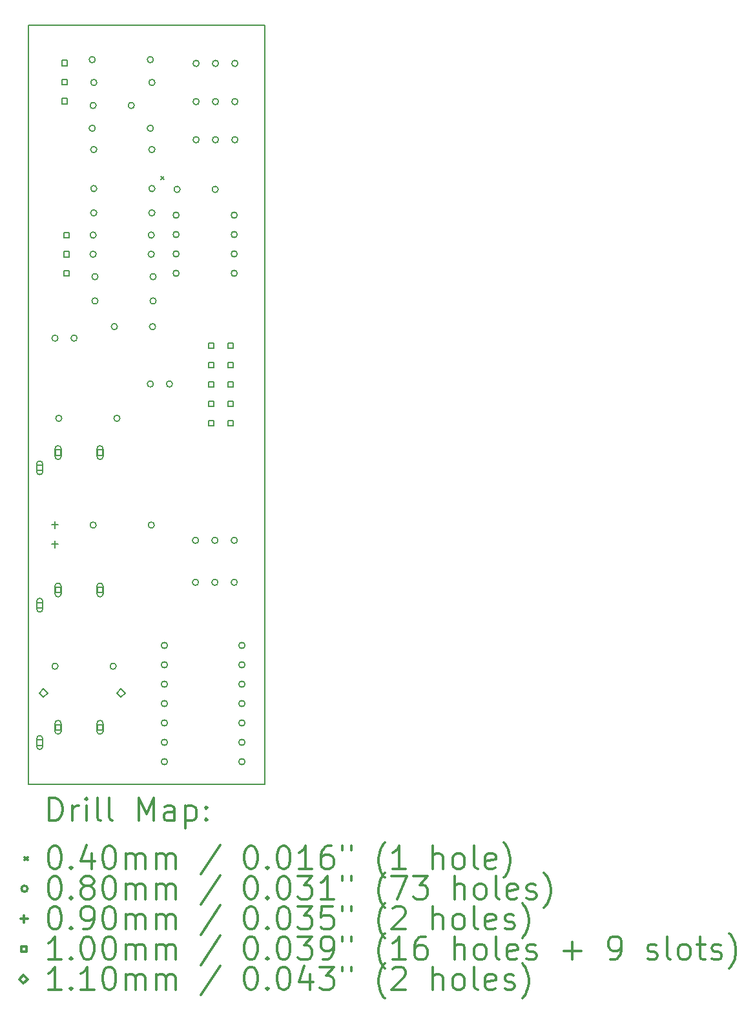
<source format=gbr>
%FSLAX45Y45*%
G04 Gerber Fmt 4.5, Leading zero omitted, Abs format (unit mm)*
G04 Created by KiCad (PCBNEW 5.0.1) date Mo 06 Mai 2019 23:45:31 CEST*
%MOMM*%
%LPD*%
G01*
G04 APERTURE LIST*
%ADD10C,0.200000*%
%ADD11C,0.300000*%
G04 APERTURE END LIST*
D10*
X13400000Y-4650000D02*
X10300000Y-4650000D01*
X13400000Y-14600000D02*
X13400000Y-4650000D01*
X10300000Y-14600000D02*
X13400000Y-14600000D01*
X10300000Y-4650000D02*
X10300000Y-14600000D01*
D10*
X12041500Y-6630000D02*
X12081500Y-6670000D01*
X12081500Y-6630000D02*
X12041500Y-6670000D01*
X11198500Y-6790500D02*
G75*
G03X11198500Y-6790500I-40000J0D01*
G01*
X11960500Y-6790500D02*
G75*
G03X11960500Y-6790500I-40000J0D01*
G01*
X11214500Y-8262000D02*
G75*
G03X11214500Y-8262000I-40000J0D01*
G01*
X11976500Y-8262000D02*
G75*
G03X11976500Y-8262000I-40000J0D01*
G01*
X10690000Y-13050000D02*
G75*
G03X10690000Y-13050000I-40000J0D01*
G01*
X11452000Y-13050000D02*
G75*
G03X11452000Y-13050000I-40000J0D01*
G01*
X11178000Y-6000000D02*
G75*
G03X11178000Y-6000000I-40000J0D01*
G01*
X11940000Y-6000000D02*
G75*
G03X11940000Y-6000000I-40000J0D01*
G01*
X11214500Y-7944500D02*
G75*
G03X11214500Y-7944500I-40000J0D01*
G01*
X11976500Y-7944500D02*
G75*
G03X11976500Y-7944500I-40000J0D01*
G01*
X12278000Y-7138000D02*
G75*
G03X12278000Y-7138000I-40000J0D01*
G01*
X12278000Y-7392000D02*
G75*
G03X12278000Y-7392000I-40000J0D01*
G01*
X12278000Y-7646000D02*
G75*
G03X12278000Y-7646000I-40000J0D01*
G01*
X12278000Y-7900000D02*
G75*
G03X12278000Y-7900000I-40000J0D01*
G01*
X13040000Y-7138000D02*
G75*
G03X13040000Y-7138000I-40000J0D01*
G01*
X13040000Y-7392000D02*
G75*
G03X13040000Y-7392000I-40000J0D01*
G01*
X13040000Y-7646000D02*
G75*
G03X13040000Y-7646000I-40000J0D01*
G01*
X13040000Y-7900000D02*
G75*
G03X13040000Y-7900000I-40000J0D01*
G01*
X10740000Y-9800000D02*
G75*
G03X10740000Y-9800000I-40000J0D01*
G01*
X11502000Y-9800000D02*
G75*
G03X11502000Y-9800000I-40000J0D01*
G01*
X11190000Y-7400000D02*
G75*
G03X11190000Y-7400000I-40000J0D01*
G01*
X11952000Y-7400000D02*
G75*
G03X11952000Y-7400000I-40000J0D01*
G01*
X12532000Y-11950000D02*
G75*
G03X12532000Y-11950000I-40000J0D01*
G01*
X12786000Y-11950000D02*
G75*
G03X12786000Y-11950000I-40000J0D01*
G01*
X13040000Y-11950000D02*
G75*
G03X13040000Y-11950000I-40000J0D01*
G01*
X12124000Y-12776000D02*
G75*
G03X12124000Y-12776000I-40000J0D01*
G01*
X12124000Y-13030000D02*
G75*
G03X12124000Y-13030000I-40000J0D01*
G01*
X12124000Y-13284000D02*
G75*
G03X12124000Y-13284000I-40000J0D01*
G01*
X12124000Y-13538000D02*
G75*
G03X12124000Y-13538000I-40000J0D01*
G01*
X12124000Y-13792000D02*
G75*
G03X12124000Y-13792000I-40000J0D01*
G01*
X12124000Y-14046000D02*
G75*
G03X12124000Y-14046000I-40000J0D01*
G01*
X12124000Y-14300000D02*
G75*
G03X12124000Y-14300000I-40000J0D01*
G01*
X13140000Y-12776000D02*
G75*
G03X13140000Y-12776000I-40000J0D01*
G01*
X13140000Y-13030000D02*
G75*
G03X13140000Y-13030000I-40000J0D01*
G01*
X13140000Y-13284000D02*
G75*
G03X13140000Y-13284000I-40000J0D01*
G01*
X13140000Y-13538000D02*
G75*
G03X13140000Y-13538000I-40000J0D01*
G01*
X13140000Y-13792000D02*
G75*
G03X13140000Y-13792000I-40000J0D01*
G01*
X13140000Y-14046000D02*
G75*
G03X13140000Y-14046000I-40000J0D01*
G01*
X13140000Y-14300000D02*
G75*
G03X13140000Y-14300000I-40000J0D01*
G01*
X12532000Y-11400000D02*
G75*
G03X12532000Y-11400000I-40000J0D01*
G01*
X12786000Y-11400000D02*
G75*
G03X12786000Y-11400000I-40000J0D01*
G01*
X13040000Y-11400000D02*
G75*
G03X13040000Y-11400000I-40000J0D01*
G01*
X11190000Y-7650000D02*
G75*
G03X11190000Y-7650000I-40000J0D01*
G01*
X11952000Y-7650000D02*
G75*
G03X11952000Y-7650000I-40000J0D01*
G01*
X12290000Y-6800000D02*
G75*
G03X12290000Y-6800000I-40000J0D01*
G01*
X12790000Y-6800000D02*
G75*
G03X12790000Y-6800000I-40000J0D01*
G01*
X12540000Y-6150000D02*
G75*
G03X12540000Y-6150000I-40000J0D01*
G01*
X12794000Y-6150000D02*
G75*
G03X12794000Y-6150000I-40000J0D01*
G01*
X13048000Y-6150000D02*
G75*
G03X13048000Y-6150000I-40000J0D01*
G01*
X11198500Y-5400000D02*
G75*
G03X11198500Y-5400000I-40000J0D01*
G01*
X11960500Y-5400000D02*
G75*
G03X11960500Y-5400000I-40000J0D01*
G01*
X11190000Y-5700000D02*
G75*
G03X11190000Y-5700000I-40000J0D01*
G01*
X11690000Y-5700000D02*
G75*
G03X11690000Y-5700000I-40000J0D01*
G01*
X12540000Y-5150000D02*
G75*
G03X12540000Y-5150000I-40000J0D01*
G01*
X12794000Y-5150000D02*
G75*
G03X12794000Y-5150000I-40000J0D01*
G01*
X13048000Y-5150000D02*
G75*
G03X13048000Y-5150000I-40000J0D01*
G01*
X11198500Y-6278500D02*
G75*
G03X11198500Y-6278500I-40000J0D01*
G01*
X11960500Y-6278500D02*
G75*
G03X11960500Y-6278500I-40000J0D01*
G01*
X10690000Y-8750000D02*
G75*
G03X10690000Y-8750000I-40000J0D01*
G01*
X10940000Y-8750000D02*
G75*
G03X10940000Y-8750000I-40000J0D01*
G01*
X12540000Y-5650000D02*
G75*
G03X12540000Y-5650000I-40000J0D01*
G01*
X12794000Y-5650000D02*
G75*
G03X12794000Y-5650000I-40000J0D01*
G01*
X13048000Y-5650000D02*
G75*
G03X13048000Y-5650000I-40000J0D01*
G01*
X11198500Y-7108000D02*
G75*
G03X11198500Y-7108000I-40000J0D01*
G01*
X11960500Y-7108000D02*
G75*
G03X11960500Y-7108000I-40000J0D01*
G01*
X11940000Y-9350000D02*
G75*
G03X11940000Y-9350000I-40000J0D01*
G01*
X12190000Y-9350000D02*
G75*
G03X12190000Y-9350000I-40000J0D01*
G01*
X11178000Y-5100000D02*
G75*
G03X11178000Y-5100000I-40000J0D01*
G01*
X11940000Y-5100000D02*
G75*
G03X11940000Y-5100000I-40000J0D01*
G01*
X11468500Y-8600000D02*
G75*
G03X11468500Y-8600000I-40000J0D01*
G01*
X11968500Y-8600000D02*
G75*
G03X11968500Y-8600000I-40000J0D01*
G01*
X11190000Y-11200000D02*
G75*
G03X11190000Y-11200000I-40000J0D01*
G01*
X11952000Y-11200000D02*
G75*
G03X11952000Y-11200000I-40000J0D01*
G01*
X10650000Y-11151000D02*
X10650000Y-11241000D01*
X10605000Y-11196000D02*
X10695000Y-11196000D01*
X10650000Y-11405000D02*
X10650000Y-11495000D01*
X10605000Y-11450000D02*
X10695000Y-11450000D01*
X10485356Y-14085356D02*
X10485356Y-14014644D01*
X10414644Y-14014644D01*
X10414644Y-14085356D01*
X10485356Y-14085356D01*
X10490000Y-14100000D02*
X10490000Y-14000000D01*
X10410000Y-14100000D02*
X10410000Y-14000000D01*
X10490000Y-14000000D02*
G75*
G03X10410000Y-14000000I-40000J0D01*
G01*
X10410000Y-14100000D02*
G75*
G03X10490000Y-14100000I40000J0D01*
G01*
X10725356Y-13885356D02*
X10725356Y-13814644D01*
X10654644Y-13814644D01*
X10654644Y-13885356D01*
X10725356Y-13885356D01*
X10730000Y-13900000D02*
X10730000Y-13800000D01*
X10650000Y-13900000D02*
X10650000Y-13800000D01*
X10730000Y-13800000D02*
G75*
G03X10650000Y-13800000I-40000J0D01*
G01*
X10650000Y-13900000D02*
G75*
G03X10730000Y-13900000I40000J0D01*
G01*
X11275356Y-13885356D02*
X11275356Y-13814644D01*
X11204644Y-13814644D01*
X11204644Y-13885356D01*
X11275356Y-13885356D01*
X11280000Y-13900000D02*
X11280000Y-13800000D01*
X11200000Y-13900000D02*
X11200000Y-13800000D01*
X11280000Y-13800000D02*
G75*
G03X11200000Y-13800000I-40000J0D01*
G01*
X11200000Y-13900000D02*
G75*
G03X11280000Y-13900000I40000J0D01*
G01*
X10485356Y-10485356D02*
X10485356Y-10414644D01*
X10414644Y-10414644D01*
X10414644Y-10485356D01*
X10485356Y-10485356D01*
X10490000Y-10500000D02*
X10490000Y-10400000D01*
X10410000Y-10500000D02*
X10410000Y-10400000D01*
X10490000Y-10400000D02*
G75*
G03X10410000Y-10400000I-40000J0D01*
G01*
X10410000Y-10500000D02*
G75*
G03X10490000Y-10500000I40000J0D01*
G01*
X10725356Y-10285356D02*
X10725356Y-10214644D01*
X10654644Y-10214644D01*
X10654644Y-10285356D01*
X10725356Y-10285356D01*
X10730000Y-10300000D02*
X10730000Y-10200000D01*
X10650000Y-10300000D02*
X10650000Y-10200000D01*
X10730000Y-10200000D02*
G75*
G03X10650000Y-10200000I-40000J0D01*
G01*
X10650000Y-10300000D02*
G75*
G03X10730000Y-10300000I40000J0D01*
G01*
X11275356Y-10285356D02*
X11275356Y-10214644D01*
X11204644Y-10214644D01*
X11204644Y-10285356D01*
X11275356Y-10285356D01*
X11280000Y-10300000D02*
X11280000Y-10200000D01*
X11200000Y-10300000D02*
X11200000Y-10200000D01*
X11280000Y-10200000D02*
G75*
G03X11200000Y-10200000I-40000J0D01*
G01*
X11200000Y-10300000D02*
G75*
G03X11280000Y-10300000I40000J0D01*
G01*
X10485356Y-12285356D02*
X10485356Y-12214644D01*
X10414644Y-12214644D01*
X10414644Y-12285356D01*
X10485356Y-12285356D01*
X10490000Y-12300000D02*
X10490000Y-12200000D01*
X10410000Y-12300000D02*
X10410000Y-12200000D01*
X10490000Y-12200000D02*
G75*
G03X10410000Y-12200000I-40000J0D01*
G01*
X10410000Y-12300000D02*
G75*
G03X10490000Y-12300000I40000J0D01*
G01*
X10725356Y-12085356D02*
X10725356Y-12014644D01*
X10654644Y-12014644D01*
X10654644Y-12085356D01*
X10725356Y-12085356D01*
X10730000Y-12100000D02*
X10730000Y-12000000D01*
X10650000Y-12100000D02*
X10650000Y-12000000D01*
X10730000Y-12000000D02*
G75*
G03X10650000Y-12000000I-40000J0D01*
G01*
X10650000Y-12100000D02*
G75*
G03X10730000Y-12100000I40000J0D01*
G01*
X11275356Y-12085356D02*
X11275356Y-12014644D01*
X11204644Y-12014644D01*
X11204644Y-12085356D01*
X11275356Y-12085356D01*
X11280000Y-12100000D02*
X11280000Y-12000000D01*
X11200000Y-12100000D02*
X11200000Y-12000000D01*
X11280000Y-12000000D02*
G75*
G03X11200000Y-12000000I-40000J0D01*
G01*
X11200000Y-12100000D02*
G75*
G03X11280000Y-12100000I40000J0D01*
G01*
X10812856Y-5178856D02*
X10812856Y-5108144D01*
X10742144Y-5108144D01*
X10742144Y-5178856D01*
X10812856Y-5178856D01*
X10812856Y-5428856D02*
X10812856Y-5358144D01*
X10742144Y-5358144D01*
X10742144Y-5428856D01*
X10812856Y-5428856D01*
X10812856Y-5678856D02*
X10812856Y-5608144D01*
X10742144Y-5608144D01*
X10742144Y-5678856D01*
X10812856Y-5678856D01*
X10835356Y-7435356D02*
X10835356Y-7364644D01*
X10764644Y-7364644D01*
X10764644Y-7435356D01*
X10835356Y-7435356D01*
X10835356Y-7685356D02*
X10835356Y-7614644D01*
X10764644Y-7614644D01*
X10764644Y-7685356D01*
X10835356Y-7685356D01*
X10835356Y-7935356D02*
X10835356Y-7864644D01*
X10764644Y-7864644D01*
X10764644Y-7935356D01*
X10835356Y-7935356D01*
X12735356Y-8885356D02*
X12735356Y-8814644D01*
X12664644Y-8814644D01*
X12664644Y-8885356D01*
X12735356Y-8885356D01*
X12735356Y-9139356D02*
X12735356Y-9068644D01*
X12664644Y-9068644D01*
X12664644Y-9139356D01*
X12735356Y-9139356D01*
X12735356Y-9393356D02*
X12735356Y-9322644D01*
X12664644Y-9322644D01*
X12664644Y-9393356D01*
X12735356Y-9393356D01*
X12735356Y-9647356D02*
X12735356Y-9576644D01*
X12664644Y-9576644D01*
X12664644Y-9647356D01*
X12735356Y-9647356D01*
X12735356Y-9901356D02*
X12735356Y-9830644D01*
X12664644Y-9830644D01*
X12664644Y-9901356D01*
X12735356Y-9901356D01*
X12989356Y-8885356D02*
X12989356Y-8814644D01*
X12918644Y-8814644D01*
X12918644Y-8885356D01*
X12989356Y-8885356D01*
X12989356Y-9139356D02*
X12989356Y-9068644D01*
X12918644Y-9068644D01*
X12918644Y-9139356D01*
X12989356Y-9139356D01*
X12989356Y-9393356D02*
X12989356Y-9322644D01*
X12918644Y-9322644D01*
X12918644Y-9393356D01*
X12989356Y-9393356D01*
X12989356Y-9647356D02*
X12989356Y-9576644D01*
X12918644Y-9576644D01*
X12918644Y-9647356D01*
X12989356Y-9647356D01*
X12989356Y-9901356D02*
X12989356Y-9830644D01*
X12918644Y-9830644D01*
X12918644Y-9901356D01*
X12989356Y-9901356D01*
X10500000Y-13455000D02*
X10555000Y-13400000D01*
X10500000Y-13345000D01*
X10445000Y-13400000D01*
X10500000Y-13455000D01*
X11516000Y-13455000D02*
X11571000Y-13400000D01*
X11516000Y-13345000D01*
X11461000Y-13400000D01*
X11516000Y-13455000D01*
D11*
X10576428Y-15075714D02*
X10576428Y-14775714D01*
X10647857Y-14775714D01*
X10690714Y-14790000D01*
X10719286Y-14818571D01*
X10733571Y-14847143D01*
X10747857Y-14904286D01*
X10747857Y-14947143D01*
X10733571Y-15004286D01*
X10719286Y-15032857D01*
X10690714Y-15061429D01*
X10647857Y-15075714D01*
X10576428Y-15075714D01*
X10876428Y-15075714D02*
X10876428Y-14875714D01*
X10876428Y-14932857D02*
X10890714Y-14904286D01*
X10905000Y-14890000D01*
X10933571Y-14875714D01*
X10962143Y-14875714D01*
X11062143Y-15075714D02*
X11062143Y-14875714D01*
X11062143Y-14775714D02*
X11047857Y-14790000D01*
X11062143Y-14804286D01*
X11076428Y-14790000D01*
X11062143Y-14775714D01*
X11062143Y-14804286D01*
X11247857Y-15075714D02*
X11219286Y-15061429D01*
X11205000Y-15032857D01*
X11205000Y-14775714D01*
X11405000Y-15075714D02*
X11376428Y-15061429D01*
X11362143Y-15032857D01*
X11362143Y-14775714D01*
X11747857Y-15075714D02*
X11747857Y-14775714D01*
X11847857Y-14990000D01*
X11947857Y-14775714D01*
X11947857Y-15075714D01*
X12219286Y-15075714D02*
X12219286Y-14918571D01*
X12205000Y-14890000D01*
X12176428Y-14875714D01*
X12119286Y-14875714D01*
X12090714Y-14890000D01*
X12219286Y-15061429D02*
X12190714Y-15075714D01*
X12119286Y-15075714D01*
X12090714Y-15061429D01*
X12076428Y-15032857D01*
X12076428Y-15004286D01*
X12090714Y-14975714D01*
X12119286Y-14961429D01*
X12190714Y-14961429D01*
X12219286Y-14947143D01*
X12362143Y-14875714D02*
X12362143Y-15175714D01*
X12362143Y-14890000D02*
X12390714Y-14875714D01*
X12447857Y-14875714D01*
X12476428Y-14890000D01*
X12490714Y-14904286D01*
X12505000Y-14932857D01*
X12505000Y-15018571D01*
X12490714Y-15047143D01*
X12476428Y-15061429D01*
X12447857Y-15075714D01*
X12390714Y-15075714D01*
X12362143Y-15061429D01*
X12633571Y-15047143D02*
X12647857Y-15061429D01*
X12633571Y-15075714D01*
X12619286Y-15061429D01*
X12633571Y-15047143D01*
X12633571Y-15075714D01*
X12633571Y-14890000D02*
X12647857Y-14904286D01*
X12633571Y-14918571D01*
X12619286Y-14904286D01*
X12633571Y-14890000D01*
X12633571Y-14918571D01*
X10250000Y-15550000D02*
X10290000Y-15590000D01*
X10290000Y-15550000D02*
X10250000Y-15590000D01*
X10633571Y-15405714D02*
X10662143Y-15405714D01*
X10690714Y-15420000D01*
X10705000Y-15434286D01*
X10719286Y-15462857D01*
X10733571Y-15520000D01*
X10733571Y-15591429D01*
X10719286Y-15648571D01*
X10705000Y-15677143D01*
X10690714Y-15691429D01*
X10662143Y-15705714D01*
X10633571Y-15705714D01*
X10605000Y-15691429D01*
X10590714Y-15677143D01*
X10576428Y-15648571D01*
X10562143Y-15591429D01*
X10562143Y-15520000D01*
X10576428Y-15462857D01*
X10590714Y-15434286D01*
X10605000Y-15420000D01*
X10633571Y-15405714D01*
X10862143Y-15677143D02*
X10876428Y-15691429D01*
X10862143Y-15705714D01*
X10847857Y-15691429D01*
X10862143Y-15677143D01*
X10862143Y-15705714D01*
X11133571Y-15505714D02*
X11133571Y-15705714D01*
X11062143Y-15391429D02*
X10990714Y-15605714D01*
X11176428Y-15605714D01*
X11347857Y-15405714D02*
X11376428Y-15405714D01*
X11405000Y-15420000D01*
X11419286Y-15434286D01*
X11433571Y-15462857D01*
X11447857Y-15520000D01*
X11447857Y-15591429D01*
X11433571Y-15648571D01*
X11419286Y-15677143D01*
X11405000Y-15691429D01*
X11376428Y-15705714D01*
X11347857Y-15705714D01*
X11319286Y-15691429D01*
X11305000Y-15677143D01*
X11290714Y-15648571D01*
X11276428Y-15591429D01*
X11276428Y-15520000D01*
X11290714Y-15462857D01*
X11305000Y-15434286D01*
X11319286Y-15420000D01*
X11347857Y-15405714D01*
X11576428Y-15705714D02*
X11576428Y-15505714D01*
X11576428Y-15534286D02*
X11590714Y-15520000D01*
X11619286Y-15505714D01*
X11662143Y-15505714D01*
X11690714Y-15520000D01*
X11705000Y-15548571D01*
X11705000Y-15705714D01*
X11705000Y-15548571D02*
X11719286Y-15520000D01*
X11747857Y-15505714D01*
X11790714Y-15505714D01*
X11819286Y-15520000D01*
X11833571Y-15548571D01*
X11833571Y-15705714D01*
X11976428Y-15705714D02*
X11976428Y-15505714D01*
X11976428Y-15534286D02*
X11990714Y-15520000D01*
X12019286Y-15505714D01*
X12062143Y-15505714D01*
X12090714Y-15520000D01*
X12105000Y-15548571D01*
X12105000Y-15705714D01*
X12105000Y-15548571D02*
X12119286Y-15520000D01*
X12147857Y-15505714D01*
X12190714Y-15505714D01*
X12219286Y-15520000D01*
X12233571Y-15548571D01*
X12233571Y-15705714D01*
X12819286Y-15391429D02*
X12562143Y-15777143D01*
X13205000Y-15405714D02*
X13233571Y-15405714D01*
X13262143Y-15420000D01*
X13276428Y-15434286D01*
X13290714Y-15462857D01*
X13305000Y-15520000D01*
X13305000Y-15591429D01*
X13290714Y-15648571D01*
X13276428Y-15677143D01*
X13262143Y-15691429D01*
X13233571Y-15705714D01*
X13205000Y-15705714D01*
X13176428Y-15691429D01*
X13162143Y-15677143D01*
X13147857Y-15648571D01*
X13133571Y-15591429D01*
X13133571Y-15520000D01*
X13147857Y-15462857D01*
X13162143Y-15434286D01*
X13176428Y-15420000D01*
X13205000Y-15405714D01*
X13433571Y-15677143D02*
X13447857Y-15691429D01*
X13433571Y-15705714D01*
X13419286Y-15691429D01*
X13433571Y-15677143D01*
X13433571Y-15705714D01*
X13633571Y-15405714D02*
X13662143Y-15405714D01*
X13690714Y-15420000D01*
X13705000Y-15434286D01*
X13719286Y-15462857D01*
X13733571Y-15520000D01*
X13733571Y-15591429D01*
X13719286Y-15648571D01*
X13705000Y-15677143D01*
X13690714Y-15691429D01*
X13662143Y-15705714D01*
X13633571Y-15705714D01*
X13605000Y-15691429D01*
X13590714Y-15677143D01*
X13576428Y-15648571D01*
X13562143Y-15591429D01*
X13562143Y-15520000D01*
X13576428Y-15462857D01*
X13590714Y-15434286D01*
X13605000Y-15420000D01*
X13633571Y-15405714D01*
X14019286Y-15705714D02*
X13847857Y-15705714D01*
X13933571Y-15705714D02*
X13933571Y-15405714D01*
X13905000Y-15448571D01*
X13876428Y-15477143D01*
X13847857Y-15491429D01*
X14276428Y-15405714D02*
X14219286Y-15405714D01*
X14190714Y-15420000D01*
X14176428Y-15434286D01*
X14147857Y-15477143D01*
X14133571Y-15534286D01*
X14133571Y-15648571D01*
X14147857Y-15677143D01*
X14162143Y-15691429D01*
X14190714Y-15705714D01*
X14247857Y-15705714D01*
X14276428Y-15691429D01*
X14290714Y-15677143D01*
X14305000Y-15648571D01*
X14305000Y-15577143D01*
X14290714Y-15548571D01*
X14276428Y-15534286D01*
X14247857Y-15520000D01*
X14190714Y-15520000D01*
X14162143Y-15534286D01*
X14147857Y-15548571D01*
X14133571Y-15577143D01*
X14419286Y-15405714D02*
X14419286Y-15462857D01*
X14533571Y-15405714D02*
X14533571Y-15462857D01*
X14976428Y-15820000D02*
X14962143Y-15805714D01*
X14933571Y-15762857D01*
X14919286Y-15734286D01*
X14905000Y-15691429D01*
X14890714Y-15620000D01*
X14890714Y-15562857D01*
X14905000Y-15491429D01*
X14919286Y-15448571D01*
X14933571Y-15420000D01*
X14962143Y-15377143D01*
X14976428Y-15362857D01*
X15247857Y-15705714D02*
X15076428Y-15705714D01*
X15162143Y-15705714D02*
X15162143Y-15405714D01*
X15133571Y-15448571D01*
X15105000Y-15477143D01*
X15076428Y-15491429D01*
X15605000Y-15705714D02*
X15605000Y-15405714D01*
X15733571Y-15705714D02*
X15733571Y-15548571D01*
X15719286Y-15520000D01*
X15690714Y-15505714D01*
X15647857Y-15505714D01*
X15619286Y-15520000D01*
X15605000Y-15534286D01*
X15919286Y-15705714D02*
X15890714Y-15691429D01*
X15876428Y-15677143D01*
X15862143Y-15648571D01*
X15862143Y-15562857D01*
X15876428Y-15534286D01*
X15890714Y-15520000D01*
X15919286Y-15505714D01*
X15962143Y-15505714D01*
X15990714Y-15520000D01*
X16005000Y-15534286D01*
X16019286Y-15562857D01*
X16019286Y-15648571D01*
X16005000Y-15677143D01*
X15990714Y-15691429D01*
X15962143Y-15705714D01*
X15919286Y-15705714D01*
X16190714Y-15705714D02*
X16162143Y-15691429D01*
X16147857Y-15662857D01*
X16147857Y-15405714D01*
X16419286Y-15691429D02*
X16390714Y-15705714D01*
X16333571Y-15705714D01*
X16305000Y-15691429D01*
X16290714Y-15662857D01*
X16290714Y-15548571D01*
X16305000Y-15520000D01*
X16333571Y-15505714D01*
X16390714Y-15505714D01*
X16419286Y-15520000D01*
X16433571Y-15548571D01*
X16433571Y-15577143D01*
X16290714Y-15605714D01*
X16533571Y-15820000D02*
X16547857Y-15805714D01*
X16576428Y-15762857D01*
X16590714Y-15734286D01*
X16605000Y-15691429D01*
X16619286Y-15620000D01*
X16619286Y-15562857D01*
X16605000Y-15491429D01*
X16590714Y-15448571D01*
X16576428Y-15420000D01*
X16547857Y-15377143D01*
X16533571Y-15362857D01*
X10290000Y-15966000D02*
G75*
G03X10290000Y-15966000I-40000J0D01*
G01*
X10633571Y-15801714D02*
X10662143Y-15801714D01*
X10690714Y-15816000D01*
X10705000Y-15830286D01*
X10719286Y-15858857D01*
X10733571Y-15916000D01*
X10733571Y-15987429D01*
X10719286Y-16044571D01*
X10705000Y-16073143D01*
X10690714Y-16087429D01*
X10662143Y-16101714D01*
X10633571Y-16101714D01*
X10605000Y-16087429D01*
X10590714Y-16073143D01*
X10576428Y-16044571D01*
X10562143Y-15987429D01*
X10562143Y-15916000D01*
X10576428Y-15858857D01*
X10590714Y-15830286D01*
X10605000Y-15816000D01*
X10633571Y-15801714D01*
X10862143Y-16073143D02*
X10876428Y-16087429D01*
X10862143Y-16101714D01*
X10847857Y-16087429D01*
X10862143Y-16073143D01*
X10862143Y-16101714D01*
X11047857Y-15930286D02*
X11019286Y-15916000D01*
X11005000Y-15901714D01*
X10990714Y-15873143D01*
X10990714Y-15858857D01*
X11005000Y-15830286D01*
X11019286Y-15816000D01*
X11047857Y-15801714D01*
X11105000Y-15801714D01*
X11133571Y-15816000D01*
X11147857Y-15830286D01*
X11162143Y-15858857D01*
X11162143Y-15873143D01*
X11147857Y-15901714D01*
X11133571Y-15916000D01*
X11105000Y-15930286D01*
X11047857Y-15930286D01*
X11019286Y-15944571D01*
X11005000Y-15958857D01*
X10990714Y-15987429D01*
X10990714Y-16044571D01*
X11005000Y-16073143D01*
X11019286Y-16087429D01*
X11047857Y-16101714D01*
X11105000Y-16101714D01*
X11133571Y-16087429D01*
X11147857Y-16073143D01*
X11162143Y-16044571D01*
X11162143Y-15987429D01*
X11147857Y-15958857D01*
X11133571Y-15944571D01*
X11105000Y-15930286D01*
X11347857Y-15801714D02*
X11376428Y-15801714D01*
X11405000Y-15816000D01*
X11419286Y-15830286D01*
X11433571Y-15858857D01*
X11447857Y-15916000D01*
X11447857Y-15987429D01*
X11433571Y-16044571D01*
X11419286Y-16073143D01*
X11405000Y-16087429D01*
X11376428Y-16101714D01*
X11347857Y-16101714D01*
X11319286Y-16087429D01*
X11305000Y-16073143D01*
X11290714Y-16044571D01*
X11276428Y-15987429D01*
X11276428Y-15916000D01*
X11290714Y-15858857D01*
X11305000Y-15830286D01*
X11319286Y-15816000D01*
X11347857Y-15801714D01*
X11576428Y-16101714D02*
X11576428Y-15901714D01*
X11576428Y-15930286D02*
X11590714Y-15916000D01*
X11619286Y-15901714D01*
X11662143Y-15901714D01*
X11690714Y-15916000D01*
X11705000Y-15944571D01*
X11705000Y-16101714D01*
X11705000Y-15944571D02*
X11719286Y-15916000D01*
X11747857Y-15901714D01*
X11790714Y-15901714D01*
X11819286Y-15916000D01*
X11833571Y-15944571D01*
X11833571Y-16101714D01*
X11976428Y-16101714D02*
X11976428Y-15901714D01*
X11976428Y-15930286D02*
X11990714Y-15916000D01*
X12019286Y-15901714D01*
X12062143Y-15901714D01*
X12090714Y-15916000D01*
X12105000Y-15944571D01*
X12105000Y-16101714D01*
X12105000Y-15944571D02*
X12119286Y-15916000D01*
X12147857Y-15901714D01*
X12190714Y-15901714D01*
X12219286Y-15916000D01*
X12233571Y-15944571D01*
X12233571Y-16101714D01*
X12819286Y-15787429D02*
X12562143Y-16173143D01*
X13205000Y-15801714D02*
X13233571Y-15801714D01*
X13262143Y-15816000D01*
X13276428Y-15830286D01*
X13290714Y-15858857D01*
X13305000Y-15916000D01*
X13305000Y-15987429D01*
X13290714Y-16044571D01*
X13276428Y-16073143D01*
X13262143Y-16087429D01*
X13233571Y-16101714D01*
X13205000Y-16101714D01*
X13176428Y-16087429D01*
X13162143Y-16073143D01*
X13147857Y-16044571D01*
X13133571Y-15987429D01*
X13133571Y-15916000D01*
X13147857Y-15858857D01*
X13162143Y-15830286D01*
X13176428Y-15816000D01*
X13205000Y-15801714D01*
X13433571Y-16073143D02*
X13447857Y-16087429D01*
X13433571Y-16101714D01*
X13419286Y-16087429D01*
X13433571Y-16073143D01*
X13433571Y-16101714D01*
X13633571Y-15801714D02*
X13662143Y-15801714D01*
X13690714Y-15816000D01*
X13705000Y-15830286D01*
X13719286Y-15858857D01*
X13733571Y-15916000D01*
X13733571Y-15987429D01*
X13719286Y-16044571D01*
X13705000Y-16073143D01*
X13690714Y-16087429D01*
X13662143Y-16101714D01*
X13633571Y-16101714D01*
X13605000Y-16087429D01*
X13590714Y-16073143D01*
X13576428Y-16044571D01*
X13562143Y-15987429D01*
X13562143Y-15916000D01*
X13576428Y-15858857D01*
X13590714Y-15830286D01*
X13605000Y-15816000D01*
X13633571Y-15801714D01*
X13833571Y-15801714D02*
X14019286Y-15801714D01*
X13919286Y-15916000D01*
X13962143Y-15916000D01*
X13990714Y-15930286D01*
X14005000Y-15944571D01*
X14019286Y-15973143D01*
X14019286Y-16044571D01*
X14005000Y-16073143D01*
X13990714Y-16087429D01*
X13962143Y-16101714D01*
X13876428Y-16101714D01*
X13847857Y-16087429D01*
X13833571Y-16073143D01*
X14305000Y-16101714D02*
X14133571Y-16101714D01*
X14219286Y-16101714D02*
X14219286Y-15801714D01*
X14190714Y-15844571D01*
X14162143Y-15873143D01*
X14133571Y-15887429D01*
X14419286Y-15801714D02*
X14419286Y-15858857D01*
X14533571Y-15801714D02*
X14533571Y-15858857D01*
X14976428Y-16216000D02*
X14962143Y-16201714D01*
X14933571Y-16158857D01*
X14919286Y-16130286D01*
X14905000Y-16087429D01*
X14890714Y-16016000D01*
X14890714Y-15958857D01*
X14905000Y-15887429D01*
X14919286Y-15844571D01*
X14933571Y-15816000D01*
X14962143Y-15773143D01*
X14976428Y-15758857D01*
X15062143Y-15801714D02*
X15262143Y-15801714D01*
X15133571Y-16101714D01*
X15347857Y-15801714D02*
X15533571Y-15801714D01*
X15433571Y-15916000D01*
X15476428Y-15916000D01*
X15505000Y-15930286D01*
X15519286Y-15944571D01*
X15533571Y-15973143D01*
X15533571Y-16044571D01*
X15519286Y-16073143D01*
X15505000Y-16087429D01*
X15476428Y-16101714D01*
X15390714Y-16101714D01*
X15362143Y-16087429D01*
X15347857Y-16073143D01*
X15890714Y-16101714D02*
X15890714Y-15801714D01*
X16019286Y-16101714D02*
X16019286Y-15944571D01*
X16005000Y-15916000D01*
X15976428Y-15901714D01*
X15933571Y-15901714D01*
X15905000Y-15916000D01*
X15890714Y-15930286D01*
X16205000Y-16101714D02*
X16176428Y-16087429D01*
X16162143Y-16073143D01*
X16147857Y-16044571D01*
X16147857Y-15958857D01*
X16162143Y-15930286D01*
X16176428Y-15916000D01*
X16205000Y-15901714D01*
X16247857Y-15901714D01*
X16276428Y-15916000D01*
X16290714Y-15930286D01*
X16305000Y-15958857D01*
X16305000Y-16044571D01*
X16290714Y-16073143D01*
X16276428Y-16087429D01*
X16247857Y-16101714D01*
X16205000Y-16101714D01*
X16476428Y-16101714D02*
X16447857Y-16087429D01*
X16433571Y-16058857D01*
X16433571Y-15801714D01*
X16705000Y-16087429D02*
X16676428Y-16101714D01*
X16619286Y-16101714D01*
X16590714Y-16087429D01*
X16576428Y-16058857D01*
X16576428Y-15944571D01*
X16590714Y-15916000D01*
X16619286Y-15901714D01*
X16676428Y-15901714D01*
X16705000Y-15916000D01*
X16719286Y-15944571D01*
X16719286Y-15973143D01*
X16576428Y-16001714D01*
X16833571Y-16087429D02*
X16862143Y-16101714D01*
X16919286Y-16101714D01*
X16947857Y-16087429D01*
X16962143Y-16058857D01*
X16962143Y-16044571D01*
X16947857Y-16016000D01*
X16919286Y-16001714D01*
X16876428Y-16001714D01*
X16847857Y-15987429D01*
X16833571Y-15958857D01*
X16833571Y-15944571D01*
X16847857Y-15916000D01*
X16876428Y-15901714D01*
X16919286Y-15901714D01*
X16947857Y-15916000D01*
X17062143Y-16216000D02*
X17076428Y-16201714D01*
X17105000Y-16158857D01*
X17119286Y-16130286D01*
X17133571Y-16087429D01*
X17147857Y-16016000D01*
X17147857Y-15958857D01*
X17133571Y-15887429D01*
X17119286Y-15844571D01*
X17105000Y-15816000D01*
X17076428Y-15773143D01*
X17062143Y-15758857D01*
X10245000Y-16317000D02*
X10245000Y-16407000D01*
X10200000Y-16362000D02*
X10290000Y-16362000D01*
X10633571Y-16197714D02*
X10662143Y-16197714D01*
X10690714Y-16212000D01*
X10705000Y-16226286D01*
X10719286Y-16254857D01*
X10733571Y-16312000D01*
X10733571Y-16383429D01*
X10719286Y-16440571D01*
X10705000Y-16469143D01*
X10690714Y-16483429D01*
X10662143Y-16497714D01*
X10633571Y-16497714D01*
X10605000Y-16483429D01*
X10590714Y-16469143D01*
X10576428Y-16440571D01*
X10562143Y-16383429D01*
X10562143Y-16312000D01*
X10576428Y-16254857D01*
X10590714Y-16226286D01*
X10605000Y-16212000D01*
X10633571Y-16197714D01*
X10862143Y-16469143D02*
X10876428Y-16483429D01*
X10862143Y-16497714D01*
X10847857Y-16483429D01*
X10862143Y-16469143D01*
X10862143Y-16497714D01*
X11019286Y-16497714D02*
X11076428Y-16497714D01*
X11105000Y-16483429D01*
X11119286Y-16469143D01*
X11147857Y-16426286D01*
X11162143Y-16369143D01*
X11162143Y-16254857D01*
X11147857Y-16226286D01*
X11133571Y-16212000D01*
X11105000Y-16197714D01*
X11047857Y-16197714D01*
X11019286Y-16212000D01*
X11005000Y-16226286D01*
X10990714Y-16254857D01*
X10990714Y-16326286D01*
X11005000Y-16354857D01*
X11019286Y-16369143D01*
X11047857Y-16383429D01*
X11105000Y-16383429D01*
X11133571Y-16369143D01*
X11147857Y-16354857D01*
X11162143Y-16326286D01*
X11347857Y-16197714D02*
X11376428Y-16197714D01*
X11405000Y-16212000D01*
X11419286Y-16226286D01*
X11433571Y-16254857D01*
X11447857Y-16312000D01*
X11447857Y-16383429D01*
X11433571Y-16440571D01*
X11419286Y-16469143D01*
X11405000Y-16483429D01*
X11376428Y-16497714D01*
X11347857Y-16497714D01*
X11319286Y-16483429D01*
X11305000Y-16469143D01*
X11290714Y-16440571D01*
X11276428Y-16383429D01*
X11276428Y-16312000D01*
X11290714Y-16254857D01*
X11305000Y-16226286D01*
X11319286Y-16212000D01*
X11347857Y-16197714D01*
X11576428Y-16497714D02*
X11576428Y-16297714D01*
X11576428Y-16326286D02*
X11590714Y-16312000D01*
X11619286Y-16297714D01*
X11662143Y-16297714D01*
X11690714Y-16312000D01*
X11705000Y-16340571D01*
X11705000Y-16497714D01*
X11705000Y-16340571D02*
X11719286Y-16312000D01*
X11747857Y-16297714D01*
X11790714Y-16297714D01*
X11819286Y-16312000D01*
X11833571Y-16340571D01*
X11833571Y-16497714D01*
X11976428Y-16497714D02*
X11976428Y-16297714D01*
X11976428Y-16326286D02*
X11990714Y-16312000D01*
X12019286Y-16297714D01*
X12062143Y-16297714D01*
X12090714Y-16312000D01*
X12105000Y-16340571D01*
X12105000Y-16497714D01*
X12105000Y-16340571D02*
X12119286Y-16312000D01*
X12147857Y-16297714D01*
X12190714Y-16297714D01*
X12219286Y-16312000D01*
X12233571Y-16340571D01*
X12233571Y-16497714D01*
X12819286Y-16183429D02*
X12562143Y-16569143D01*
X13205000Y-16197714D02*
X13233571Y-16197714D01*
X13262143Y-16212000D01*
X13276428Y-16226286D01*
X13290714Y-16254857D01*
X13305000Y-16312000D01*
X13305000Y-16383429D01*
X13290714Y-16440571D01*
X13276428Y-16469143D01*
X13262143Y-16483429D01*
X13233571Y-16497714D01*
X13205000Y-16497714D01*
X13176428Y-16483429D01*
X13162143Y-16469143D01*
X13147857Y-16440571D01*
X13133571Y-16383429D01*
X13133571Y-16312000D01*
X13147857Y-16254857D01*
X13162143Y-16226286D01*
X13176428Y-16212000D01*
X13205000Y-16197714D01*
X13433571Y-16469143D02*
X13447857Y-16483429D01*
X13433571Y-16497714D01*
X13419286Y-16483429D01*
X13433571Y-16469143D01*
X13433571Y-16497714D01*
X13633571Y-16197714D02*
X13662143Y-16197714D01*
X13690714Y-16212000D01*
X13705000Y-16226286D01*
X13719286Y-16254857D01*
X13733571Y-16312000D01*
X13733571Y-16383429D01*
X13719286Y-16440571D01*
X13705000Y-16469143D01*
X13690714Y-16483429D01*
X13662143Y-16497714D01*
X13633571Y-16497714D01*
X13605000Y-16483429D01*
X13590714Y-16469143D01*
X13576428Y-16440571D01*
X13562143Y-16383429D01*
X13562143Y-16312000D01*
X13576428Y-16254857D01*
X13590714Y-16226286D01*
X13605000Y-16212000D01*
X13633571Y-16197714D01*
X13833571Y-16197714D02*
X14019286Y-16197714D01*
X13919286Y-16312000D01*
X13962143Y-16312000D01*
X13990714Y-16326286D01*
X14005000Y-16340571D01*
X14019286Y-16369143D01*
X14019286Y-16440571D01*
X14005000Y-16469143D01*
X13990714Y-16483429D01*
X13962143Y-16497714D01*
X13876428Y-16497714D01*
X13847857Y-16483429D01*
X13833571Y-16469143D01*
X14290714Y-16197714D02*
X14147857Y-16197714D01*
X14133571Y-16340571D01*
X14147857Y-16326286D01*
X14176428Y-16312000D01*
X14247857Y-16312000D01*
X14276428Y-16326286D01*
X14290714Y-16340571D01*
X14305000Y-16369143D01*
X14305000Y-16440571D01*
X14290714Y-16469143D01*
X14276428Y-16483429D01*
X14247857Y-16497714D01*
X14176428Y-16497714D01*
X14147857Y-16483429D01*
X14133571Y-16469143D01*
X14419286Y-16197714D02*
X14419286Y-16254857D01*
X14533571Y-16197714D02*
X14533571Y-16254857D01*
X14976428Y-16612000D02*
X14962143Y-16597714D01*
X14933571Y-16554857D01*
X14919286Y-16526286D01*
X14905000Y-16483429D01*
X14890714Y-16412000D01*
X14890714Y-16354857D01*
X14905000Y-16283429D01*
X14919286Y-16240571D01*
X14933571Y-16212000D01*
X14962143Y-16169143D01*
X14976428Y-16154857D01*
X15076428Y-16226286D02*
X15090714Y-16212000D01*
X15119286Y-16197714D01*
X15190714Y-16197714D01*
X15219286Y-16212000D01*
X15233571Y-16226286D01*
X15247857Y-16254857D01*
X15247857Y-16283429D01*
X15233571Y-16326286D01*
X15062143Y-16497714D01*
X15247857Y-16497714D01*
X15605000Y-16497714D02*
X15605000Y-16197714D01*
X15733571Y-16497714D02*
X15733571Y-16340571D01*
X15719286Y-16312000D01*
X15690714Y-16297714D01*
X15647857Y-16297714D01*
X15619286Y-16312000D01*
X15605000Y-16326286D01*
X15919286Y-16497714D02*
X15890714Y-16483429D01*
X15876428Y-16469143D01*
X15862143Y-16440571D01*
X15862143Y-16354857D01*
X15876428Y-16326286D01*
X15890714Y-16312000D01*
X15919286Y-16297714D01*
X15962143Y-16297714D01*
X15990714Y-16312000D01*
X16005000Y-16326286D01*
X16019286Y-16354857D01*
X16019286Y-16440571D01*
X16005000Y-16469143D01*
X15990714Y-16483429D01*
X15962143Y-16497714D01*
X15919286Y-16497714D01*
X16190714Y-16497714D02*
X16162143Y-16483429D01*
X16147857Y-16454857D01*
X16147857Y-16197714D01*
X16419286Y-16483429D02*
X16390714Y-16497714D01*
X16333571Y-16497714D01*
X16305000Y-16483429D01*
X16290714Y-16454857D01*
X16290714Y-16340571D01*
X16305000Y-16312000D01*
X16333571Y-16297714D01*
X16390714Y-16297714D01*
X16419286Y-16312000D01*
X16433571Y-16340571D01*
X16433571Y-16369143D01*
X16290714Y-16397714D01*
X16547857Y-16483429D02*
X16576428Y-16497714D01*
X16633571Y-16497714D01*
X16662143Y-16483429D01*
X16676428Y-16454857D01*
X16676428Y-16440571D01*
X16662143Y-16412000D01*
X16633571Y-16397714D01*
X16590714Y-16397714D01*
X16562143Y-16383429D01*
X16547857Y-16354857D01*
X16547857Y-16340571D01*
X16562143Y-16312000D01*
X16590714Y-16297714D01*
X16633571Y-16297714D01*
X16662143Y-16312000D01*
X16776428Y-16612000D02*
X16790714Y-16597714D01*
X16819286Y-16554857D01*
X16833571Y-16526286D01*
X16847857Y-16483429D01*
X16862143Y-16412000D01*
X16862143Y-16354857D01*
X16847857Y-16283429D01*
X16833571Y-16240571D01*
X16819286Y-16212000D01*
X16790714Y-16169143D01*
X16776428Y-16154857D01*
X10275356Y-16793356D02*
X10275356Y-16722644D01*
X10204644Y-16722644D01*
X10204644Y-16793356D01*
X10275356Y-16793356D01*
X10733571Y-16893714D02*
X10562143Y-16893714D01*
X10647857Y-16893714D02*
X10647857Y-16593714D01*
X10619286Y-16636571D01*
X10590714Y-16665143D01*
X10562143Y-16679429D01*
X10862143Y-16865143D02*
X10876428Y-16879429D01*
X10862143Y-16893714D01*
X10847857Y-16879429D01*
X10862143Y-16865143D01*
X10862143Y-16893714D01*
X11062143Y-16593714D02*
X11090714Y-16593714D01*
X11119286Y-16608000D01*
X11133571Y-16622286D01*
X11147857Y-16650857D01*
X11162143Y-16708000D01*
X11162143Y-16779429D01*
X11147857Y-16836572D01*
X11133571Y-16865143D01*
X11119286Y-16879429D01*
X11090714Y-16893714D01*
X11062143Y-16893714D01*
X11033571Y-16879429D01*
X11019286Y-16865143D01*
X11005000Y-16836572D01*
X10990714Y-16779429D01*
X10990714Y-16708000D01*
X11005000Y-16650857D01*
X11019286Y-16622286D01*
X11033571Y-16608000D01*
X11062143Y-16593714D01*
X11347857Y-16593714D02*
X11376428Y-16593714D01*
X11405000Y-16608000D01*
X11419286Y-16622286D01*
X11433571Y-16650857D01*
X11447857Y-16708000D01*
X11447857Y-16779429D01*
X11433571Y-16836572D01*
X11419286Y-16865143D01*
X11405000Y-16879429D01*
X11376428Y-16893714D01*
X11347857Y-16893714D01*
X11319286Y-16879429D01*
X11305000Y-16865143D01*
X11290714Y-16836572D01*
X11276428Y-16779429D01*
X11276428Y-16708000D01*
X11290714Y-16650857D01*
X11305000Y-16622286D01*
X11319286Y-16608000D01*
X11347857Y-16593714D01*
X11576428Y-16893714D02*
X11576428Y-16693714D01*
X11576428Y-16722286D02*
X11590714Y-16708000D01*
X11619286Y-16693714D01*
X11662143Y-16693714D01*
X11690714Y-16708000D01*
X11705000Y-16736571D01*
X11705000Y-16893714D01*
X11705000Y-16736571D02*
X11719286Y-16708000D01*
X11747857Y-16693714D01*
X11790714Y-16693714D01*
X11819286Y-16708000D01*
X11833571Y-16736571D01*
X11833571Y-16893714D01*
X11976428Y-16893714D02*
X11976428Y-16693714D01*
X11976428Y-16722286D02*
X11990714Y-16708000D01*
X12019286Y-16693714D01*
X12062143Y-16693714D01*
X12090714Y-16708000D01*
X12105000Y-16736571D01*
X12105000Y-16893714D01*
X12105000Y-16736571D02*
X12119286Y-16708000D01*
X12147857Y-16693714D01*
X12190714Y-16693714D01*
X12219286Y-16708000D01*
X12233571Y-16736571D01*
X12233571Y-16893714D01*
X12819286Y-16579429D02*
X12562143Y-16965143D01*
X13205000Y-16593714D02*
X13233571Y-16593714D01*
X13262143Y-16608000D01*
X13276428Y-16622286D01*
X13290714Y-16650857D01*
X13305000Y-16708000D01*
X13305000Y-16779429D01*
X13290714Y-16836572D01*
X13276428Y-16865143D01*
X13262143Y-16879429D01*
X13233571Y-16893714D01*
X13205000Y-16893714D01*
X13176428Y-16879429D01*
X13162143Y-16865143D01*
X13147857Y-16836572D01*
X13133571Y-16779429D01*
X13133571Y-16708000D01*
X13147857Y-16650857D01*
X13162143Y-16622286D01*
X13176428Y-16608000D01*
X13205000Y-16593714D01*
X13433571Y-16865143D02*
X13447857Y-16879429D01*
X13433571Y-16893714D01*
X13419286Y-16879429D01*
X13433571Y-16865143D01*
X13433571Y-16893714D01*
X13633571Y-16593714D02*
X13662143Y-16593714D01*
X13690714Y-16608000D01*
X13705000Y-16622286D01*
X13719286Y-16650857D01*
X13733571Y-16708000D01*
X13733571Y-16779429D01*
X13719286Y-16836572D01*
X13705000Y-16865143D01*
X13690714Y-16879429D01*
X13662143Y-16893714D01*
X13633571Y-16893714D01*
X13605000Y-16879429D01*
X13590714Y-16865143D01*
X13576428Y-16836572D01*
X13562143Y-16779429D01*
X13562143Y-16708000D01*
X13576428Y-16650857D01*
X13590714Y-16622286D01*
X13605000Y-16608000D01*
X13633571Y-16593714D01*
X13833571Y-16593714D02*
X14019286Y-16593714D01*
X13919286Y-16708000D01*
X13962143Y-16708000D01*
X13990714Y-16722286D01*
X14005000Y-16736571D01*
X14019286Y-16765143D01*
X14019286Y-16836572D01*
X14005000Y-16865143D01*
X13990714Y-16879429D01*
X13962143Y-16893714D01*
X13876428Y-16893714D01*
X13847857Y-16879429D01*
X13833571Y-16865143D01*
X14162143Y-16893714D02*
X14219286Y-16893714D01*
X14247857Y-16879429D01*
X14262143Y-16865143D01*
X14290714Y-16822286D01*
X14305000Y-16765143D01*
X14305000Y-16650857D01*
X14290714Y-16622286D01*
X14276428Y-16608000D01*
X14247857Y-16593714D01*
X14190714Y-16593714D01*
X14162143Y-16608000D01*
X14147857Y-16622286D01*
X14133571Y-16650857D01*
X14133571Y-16722286D01*
X14147857Y-16750857D01*
X14162143Y-16765143D01*
X14190714Y-16779429D01*
X14247857Y-16779429D01*
X14276428Y-16765143D01*
X14290714Y-16750857D01*
X14305000Y-16722286D01*
X14419286Y-16593714D02*
X14419286Y-16650857D01*
X14533571Y-16593714D02*
X14533571Y-16650857D01*
X14976428Y-17008000D02*
X14962143Y-16993714D01*
X14933571Y-16950857D01*
X14919286Y-16922286D01*
X14905000Y-16879429D01*
X14890714Y-16808000D01*
X14890714Y-16750857D01*
X14905000Y-16679429D01*
X14919286Y-16636571D01*
X14933571Y-16608000D01*
X14962143Y-16565143D01*
X14976428Y-16550857D01*
X15247857Y-16893714D02*
X15076428Y-16893714D01*
X15162143Y-16893714D02*
X15162143Y-16593714D01*
X15133571Y-16636571D01*
X15105000Y-16665143D01*
X15076428Y-16679429D01*
X15505000Y-16593714D02*
X15447857Y-16593714D01*
X15419286Y-16608000D01*
X15405000Y-16622286D01*
X15376428Y-16665143D01*
X15362143Y-16722286D01*
X15362143Y-16836572D01*
X15376428Y-16865143D01*
X15390714Y-16879429D01*
X15419286Y-16893714D01*
X15476428Y-16893714D01*
X15505000Y-16879429D01*
X15519286Y-16865143D01*
X15533571Y-16836572D01*
X15533571Y-16765143D01*
X15519286Y-16736571D01*
X15505000Y-16722286D01*
X15476428Y-16708000D01*
X15419286Y-16708000D01*
X15390714Y-16722286D01*
X15376428Y-16736571D01*
X15362143Y-16765143D01*
X15890714Y-16893714D02*
X15890714Y-16593714D01*
X16019286Y-16893714D02*
X16019286Y-16736571D01*
X16005000Y-16708000D01*
X15976428Y-16693714D01*
X15933571Y-16693714D01*
X15905000Y-16708000D01*
X15890714Y-16722286D01*
X16205000Y-16893714D02*
X16176428Y-16879429D01*
X16162143Y-16865143D01*
X16147857Y-16836572D01*
X16147857Y-16750857D01*
X16162143Y-16722286D01*
X16176428Y-16708000D01*
X16205000Y-16693714D01*
X16247857Y-16693714D01*
X16276428Y-16708000D01*
X16290714Y-16722286D01*
X16305000Y-16750857D01*
X16305000Y-16836572D01*
X16290714Y-16865143D01*
X16276428Y-16879429D01*
X16247857Y-16893714D01*
X16205000Y-16893714D01*
X16476428Y-16893714D02*
X16447857Y-16879429D01*
X16433571Y-16850857D01*
X16433571Y-16593714D01*
X16705000Y-16879429D02*
X16676428Y-16893714D01*
X16619286Y-16893714D01*
X16590714Y-16879429D01*
X16576428Y-16850857D01*
X16576428Y-16736571D01*
X16590714Y-16708000D01*
X16619286Y-16693714D01*
X16676428Y-16693714D01*
X16705000Y-16708000D01*
X16719286Y-16736571D01*
X16719286Y-16765143D01*
X16576428Y-16793714D01*
X16833571Y-16879429D02*
X16862143Y-16893714D01*
X16919286Y-16893714D01*
X16947857Y-16879429D01*
X16962143Y-16850857D01*
X16962143Y-16836572D01*
X16947857Y-16808000D01*
X16919286Y-16793714D01*
X16876428Y-16793714D01*
X16847857Y-16779429D01*
X16833571Y-16750857D01*
X16833571Y-16736571D01*
X16847857Y-16708000D01*
X16876428Y-16693714D01*
X16919286Y-16693714D01*
X16947857Y-16708000D01*
X17319286Y-16779429D02*
X17547857Y-16779429D01*
X17433571Y-16893714D02*
X17433571Y-16665143D01*
X17933571Y-16893714D02*
X17990714Y-16893714D01*
X18019286Y-16879429D01*
X18033571Y-16865143D01*
X18062143Y-16822286D01*
X18076428Y-16765143D01*
X18076428Y-16650857D01*
X18062143Y-16622286D01*
X18047857Y-16608000D01*
X18019286Y-16593714D01*
X17962143Y-16593714D01*
X17933571Y-16608000D01*
X17919286Y-16622286D01*
X17905000Y-16650857D01*
X17905000Y-16722286D01*
X17919286Y-16750857D01*
X17933571Y-16765143D01*
X17962143Y-16779429D01*
X18019286Y-16779429D01*
X18047857Y-16765143D01*
X18062143Y-16750857D01*
X18076428Y-16722286D01*
X18419286Y-16879429D02*
X18447857Y-16893714D01*
X18505000Y-16893714D01*
X18533571Y-16879429D01*
X18547857Y-16850857D01*
X18547857Y-16836572D01*
X18533571Y-16808000D01*
X18505000Y-16793714D01*
X18462143Y-16793714D01*
X18433571Y-16779429D01*
X18419286Y-16750857D01*
X18419286Y-16736571D01*
X18433571Y-16708000D01*
X18462143Y-16693714D01*
X18505000Y-16693714D01*
X18533571Y-16708000D01*
X18719286Y-16893714D02*
X18690714Y-16879429D01*
X18676428Y-16850857D01*
X18676428Y-16593714D01*
X18876428Y-16893714D02*
X18847857Y-16879429D01*
X18833571Y-16865143D01*
X18819286Y-16836572D01*
X18819286Y-16750857D01*
X18833571Y-16722286D01*
X18847857Y-16708000D01*
X18876428Y-16693714D01*
X18919286Y-16693714D01*
X18947857Y-16708000D01*
X18962143Y-16722286D01*
X18976428Y-16750857D01*
X18976428Y-16836572D01*
X18962143Y-16865143D01*
X18947857Y-16879429D01*
X18919286Y-16893714D01*
X18876428Y-16893714D01*
X19062143Y-16693714D02*
X19176428Y-16693714D01*
X19105000Y-16593714D02*
X19105000Y-16850857D01*
X19119286Y-16879429D01*
X19147857Y-16893714D01*
X19176428Y-16893714D01*
X19262143Y-16879429D02*
X19290714Y-16893714D01*
X19347857Y-16893714D01*
X19376428Y-16879429D01*
X19390714Y-16850857D01*
X19390714Y-16836572D01*
X19376428Y-16808000D01*
X19347857Y-16793714D01*
X19305000Y-16793714D01*
X19276428Y-16779429D01*
X19262143Y-16750857D01*
X19262143Y-16736571D01*
X19276428Y-16708000D01*
X19305000Y-16693714D01*
X19347857Y-16693714D01*
X19376428Y-16708000D01*
X19490714Y-17008000D02*
X19505000Y-16993714D01*
X19533571Y-16950857D01*
X19547857Y-16922286D01*
X19562143Y-16879429D01*
X19576428Y-16808000D01*
X19576428Y-16750857D01*
X19562143Y-16679429D01*
X19547857Y-16636571D01*
X19533571Y-16608000D01*
X19505000Y-16565143D01*
X19490714Y-16550857D01*
X10235000Y-17209000D02*
X10290000Y-17154000D01*
X10235000Y-17099000D01*
X10180000Y-17154000D01*
X10235000Y-17209000D01*
X10733571Y-17289714D02*
X10562143Y-17289714D01*
X10647857Y-17289714D02*
X10647857Y-16989714D01*
X10619286Y-17032572D01*
X10590714Y-17061143D01*
X10562143Y-17075429D01*
X10862143Y-17261143D02*
X10876428Y-17275429D01*
X10862143Y-17289714D01*
X10847857Y-17275429D01*
X10862143Y-17261143D01*
X10862143Y-17289714D01*
X11162143Y-17289714D02*
X10990714Y-17289714D01*
X11076428Y-17289714D02*
X11076428Y-16989714D01*
X11047857Y-17032572D01*
X11019286Y-17061143D01*
X10990714Y-17075429D01*
X11347857Y-16989714D02*
X11376428Y-16989714D01*
X11405000Y-17004000D01*
X11419286Y-17018286D01*
X11433571Y-17046857D01*
X11447857Y-17104000D01*
X11447857Y-17175429D01*
X11433571Y-17232572D01*
X11419286Y-17261143D01*
X11405000Y-17275429D01*
X11376428Y-17289714D01*
X11347857Y-17289714D01*
X11319286Y-17275429D01*
X11305000Y-17261143D01*
X11290714Y-17232572D01*
X11276428Y-17175429D01*
X11276428Y-17104000D01*
X11290714Y-17046857D01*
X11305000Y-17018286D01*
X11319286Y-17004000D01*
X11347857Y-16989714D01*
X11576428Y-17289714D02*
X11576428Y-17089714D01*
X11576428Y-17118286D02*
X11590714Y-17104000D01*
X11619286Y-17089714D01*
X11662143Y-17089714D01*
X11690714Y-17104000D01*
X11705000Y-17132572D01*
X11705000Y-17289714D01*
X11705000Y-17132572D02*
X11719286Y-17104000D01*
X11747857Y-17089714D01*
X11790714Y-17089714D01*
X11819286Y-17104000D01*
X11833571Y-17132572D01*
X11833571Y-17289714D01*
X11976428Y-17289714D02*
X11976428Y-17089714D01*
X11976428Y-17118286D02*
X11990714Y-17104000D01*
X12019286Y-17089714D01*
X12062143Y-17089714D01*
X12090714Y-17104000D01*
X12105000Y-17132572D01*
X12105000Y-17289714D01*
X12105000Y-17132572D02*
X12119286Y-17104000D01*
X12147857Y-17089714D01*
X12190714Y-17089714D01*
X12219286Y-17104000D01*
X12233571Y-17132572D01*
X12233571Y-17289714D01*
X12819286Y-16975429D02*
X12562143Y-17361143D01*
X13205000Y-16989714D02*
X13233571Y-16989714D01*
X13262143Y-17004000D01*
X13276428Y-17018286D01*
X13290714Y-17046857D01*
X13305000Y-17104000D01*
X13305000Y-17175429D01*
X13290714Y-17232572D01*
X13276428Y-17261143D01*
X13262143Y-17275429D01*
X13233571Y-17289714D01*
X13205000Y-17289714D01*
X13176428Y-17275429D01*
X13162143Y-17261143D01*
X13147857Y-17232572D01*
X13133571Y-17175429D01*
X13133571Y-17104000D01*
X13147857Y-17046857D01*
X13162143Y-17018286D01*
X13176428Y-17004000D01*
X13205000Y-16989714D01*
X13433571Y-17261143D02*
X13447857Y-17275429D01*
X13433571Y-17289714D01*
X13419286Y-17275429D01*
X13433571Y-17261143D01*
X13433571Y-17289714D01*
X13633571Y-16989714D02*
X13662143Y-16989714D01*
X13690714Y-17004000D01*
X13705000Y-17018286D01*
X13719286Y-17046857D01*
X13733571Y-17104000D01*
X13733571Y-17175429D01*
X13719286Y-17232572D01*
X13705000Y-17261143D01*
X13690714Y-17275429D01*
X13662143Y-17289714D01*
X13633571Y-17289714D01*
X13605000Y-17275429D01*
X13590714Y-17261143D01*
X13576428Y-17232572D01*
X13562143Y-17175429D01*
X13562143Y-17104000D01*
X13576428Y-17046857D01*
X13590714Y-17018286D01*
X13605000Y-17004000D01*
X13633571Y-16989714D01*
X13990714Y-17089714D02*
X13990714Y-17289714D01*
X13919286Y-16975429D02*
X13847857Y-17189714D01*
X14033571Y-17189714D01*
X14119286Y-16989714D02*
X14305000Y-16989714D01*
X14205000Y-17104000D01*
X14247857Y-17104000D01*
X14276428Y-17118286D01*
X14290714Y-17132572D01*
X14305000Y-17161143D01*
X14305000Y-17232572D01*
X14290714Y-17261143D01*
X14276428Y-17275429D01*
X14247857Y-17289714D01*
X14162143Y-17289714D01*
X14133571Y-17275429D01*
X14119286Y-17261143D01*
X14419286Y-16989714D02*
X14419286Y-17046857D01*
X14533571Y-16989714D02*
X14533571Y-17046857D01*
X14976428Y-17404000D02*
X14962143Y-17389714D01*
X14933571Y-17346857D01*
X14919286Y-17318286D01*
X14905000Y-17275429D01*
X14890714Y-17204000D01*
X14890714Y-17146857D01*
X14905000Y-17075429D01*
X14919286Y-17032572D01*
X14933571Y-17004000D01*
X14962143Y-16961143D01*
X14976428Y-16946857D01*
X15076428Y-17018286D02*
X15090714Y-17004000D01*
X15119286Y-16989714D01*
X15190714Y-16989714D01*
X15219286Y-17004000D01*
X15233571Y-17018286D01*
X15247857Y-17046857D01*
X15247857Y-17075429D01*
X15233571Y-17118286D01*
X15062143Y-17289714D01*
X15247857Y-17289714D01*
X15605000Y-17289714D02*
X15605000Y-16989714D01*
X15733571Y-17289714D02*
X15733571Y-17132572D01*
X15719286Y-17104000D01*
X15690714Y-17089714D01*
X15647857Y-17089714D01*
X15619286Y-17104000D01*
X15605000Y-17118286D01*
X15919286Y-17289714D02*
X15890714Y-17275429D01*
X15876428Y-17261143D01*
X15862143Y-17232572D01*
X15862143Y-17146857D01*
X15876428Y-17118286D01*
X15890714Y-17104000D01*
X15919286Y-17089714D01*
X15962143Y-17089714D01*
X15990714Y-17104000D01*
X16005000Y-17118286D01*
X16019286Y-17146857D01*
X16019286Y-17232572D01*
X16005000Y-17261143D01*
X15990714Y-17275429D01*
X15962143Y-17289714D01*
X15919286Y-17289714D01*
X16190714Y-17289714D02*
X16162143Y-17275429D01*
X16147857Y-17246857D01*
X16147857Y-16989714D01*
X16419286Y-17275429D02*
X16390714Y-17289714D01*
X16333571Y-17289714D01*
X16305000Y-17275429D01*
X16290714Y-17246857D01*
X16290714Y-17132572D01*
X16305000Y-17104000D01*
X16333571Y-17089714D01*
X16390714Y-17089714D01*
X16419286Y-17104000D01*
X16433571Y-17132572D01*
X16433571Y-17161143D01*
X16290714Y-17189714D01*
X16547857Y-17275429D02*
X16576428Y-17289714D01*
X16633571Y-17289714D01*
X16662143Y-17275429D01*
X16676428Y-17246857D01*
X16676428Y-17232572D01*
X16662143Y-17204000D01*
X16633571Y-17189714D01*
X16590714Y-17189714D01*
X16562143Y-17175429D01*
X16547857Y-17146857D01*
X16547857Y-17132572D01*
X16562143Y-17104000D01*
X16590714Y-17089714D01*
X16633571Y-17089714D01*
X16662143Y-17104000D01*
X16776428Y-17404000D02*
X16790714Y-17389714D01*
X16819286Y-17346857D01*
X16833571Y-17318286D01*
X16847857Y-17275429D01*
X16862143Y-17204000D01*
X16862143Y-17146857D01*
X16847857Y-17075429D01*
X16833571Y-17032572D01*
X16819286Y-17004000D01*
X16790714Y-16961143D01*
X16776428Y-16946857D01*
M02*

</source>
